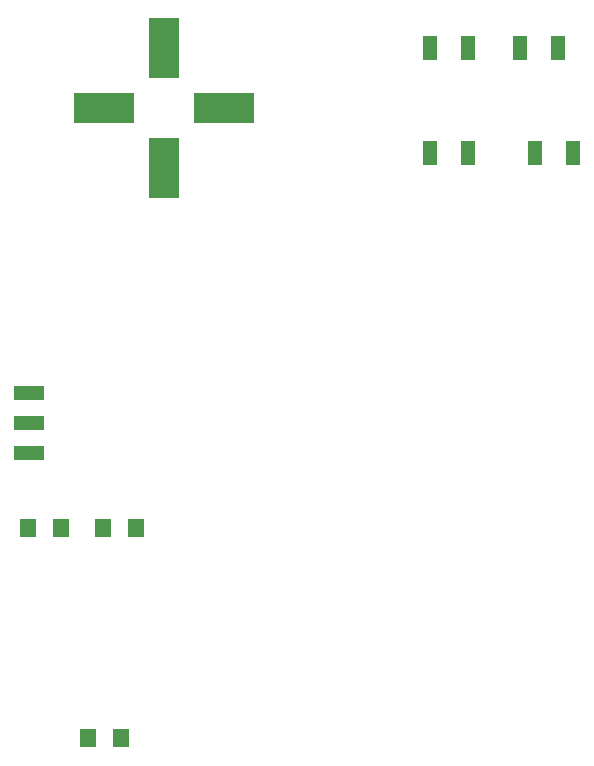
<source format=gtp>
G75*
G70*
%OFA0B0*%
%FSLAX24Y24*%
%IPPOS*%
%LPD*%
%AMOC8*
5,1,8,0,0,1.08239X$1,22.5*
%
%ADD10R,0.2000X0.1000*%
%ADD11R,0.1000X0.2000*%
%ADD12R,0.0472X0.0787*%
%ADD13R,0.1000X0.0500*%
%ADD14R,0.0551X0.0630*%
D10*
X005987Y024180D03*
X009987Y024180D03*
D11*
X007987Y022180D03*
X007987Y026180D03*
D12*
X016857Y026180D03*
X018117Y026180D03*
X019857Y026180D03*
X021117Y026180D03*
X021617Y022680D03*
X020357Y022680D03*
X018117Y022680D03*
X016857Y022680D03*
D13*
X003487Y014680D03*
X003487Y013680D03*
X003487Y012680D03*
D14*
X005435Y003180D03*
X006538Y003180D03*
X007038Y010180D03*
X005935Y010180D03*
X004538Y010180D03*
X003435Y010180D03*
M02*

</source>
